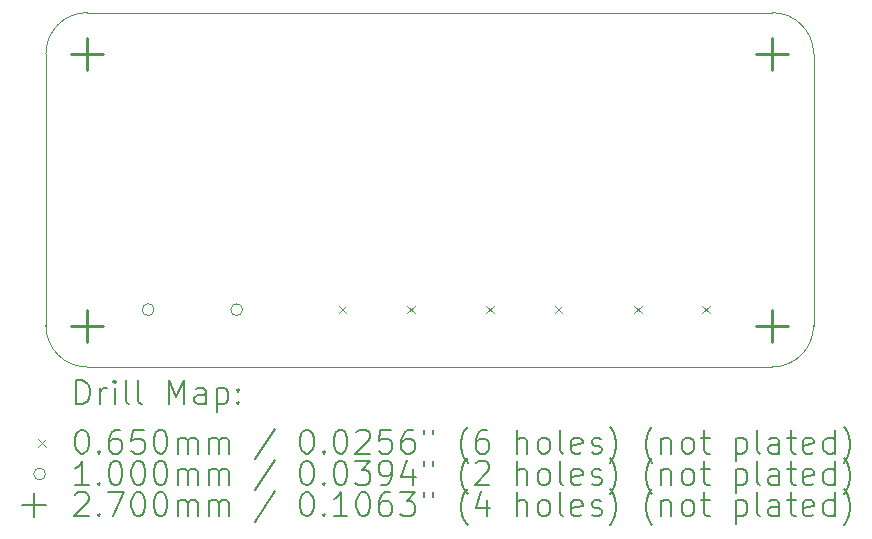
<source format=gbr>
%TF.GenerationSoftware,KiCad,Pcbnew,9.0.3*%
%TF.CreationDate,2025-07-23T11:06:39+02:00*%
%TF.ProjectId,icepi-zero,69636570-692d-47a6-9572-6f2e6b696361,v1.3*%
%TF.SameCoordinates,Original*%
%TF.FileFunction,Drillmap*%
%TF.FilePolarity,Positive*%
%FSLAX45Y45*%
G04 Gerber Fmt 4.5, Leading zero omitted, Abs format (unit mm)*
G04 Created by KiCad (PCBNEW 9.0.3) date 2025-07-23 11:06:39*
%MOMM*%
%LPD*%
G01*
G04 APERTURE LIST*
%ADD10C,0.050000*%
%ADD11C,0.200000*%
%ADD12C,0.100000*%
%ADD13C,0.270000*%
G04 APERTURE END LIST*
D10*
X11600000Y-9350000D02*
G75*
G02*
X11950000Y-9000000I350000J0D01*
G01*
X18100000Y-9350000D02*
X18100000Y-11650000D01*
X11600000Y-11650000D02*
X11600000Y-9350000D01*
X17750000Y-9000000D02*
G75*
G02*
X18100000Y-9350000I0J-350000D01*
G01*
X17750000Y-12000000D02*
X11950000Y-12000000D01*
X11950000Y-12000000D02*
G75*
G02*
X11600000Y-11650000I0J350000D01*
G01*
X11950000Y-9000000D02*
X17750000Y-9000000D01*
X18100000Y-11650000D02*
G75*
G02*
X17750000Y-12000000I-350000J0D01*
G01*
D11*
D12*
X14078500Y-11482000D02*
X14143500Y-11547000D01*
X14143500Y-11482000D02*
X14078500Y-11547000D01*
X14656500Y-11482000D02*
X14721500Y-11547000D01*
X14721500Y-11482000D02*
X14656500Y-11547000D01*
X15328500Y-11482000D02*
X15393500Y-11547000D01*
X15393500Y-11482000D02*
X15328500Y-11547000D01*
X15906500Y-11482000D02*
X15971500Y-11547000D01*
X15971500Y-11482000D02*
X15906500Y-11547000D01*
X16578500Y-11482000D02*
X16643500Y-11547000D01*
X16643500Y-11482000D02*
X16578500Y-11547000D01*
X17156500Y-11482000D02*
X17221500Y-11547000D01*
X17221500Y-11482000D02*
X17156500Y-11547000D01*
X12515000Y-11515000D02*
G75*
G02*
X12415000Y-11515000I-50000J0D01*
G01*
X12415000Y-11515000D02*
G75*
G02*
X12515000Y-11515000I50000J0D01*
G01*
X13265000Y-11515000D02*
G75*
G02*
X13165000Y-11515000I-50000J0D01*
G01*
X13165000Y-11515000D02*
G75*
G02*
X13265000Y-11515000I50000J0D01*
G01*
D13*
X11950000Y-9215000D02*
X11950000Y-9485000D01*
X11815000Y-9350000D02*
X12085000Y-9350000D01*
X11950000Y-11515000D02*
X11950000Y-11785000D01*
X11815000Y-11650000D02*
X12085000Y-11650000D01*
X17750000Y-9215000D02*
X17750000Y-9485000D01*
X17615000Y-9350000D02*
X17885000Y-9350000D01*
X17750000Y-11515000D02*
X17750000Y-11785000D01*
X17615000Y-11650000D02*
X17885000Y-11650000D01*
D11*
X11858277Y-12313984D02*
X11858277Y-12113984D01*
X11858277Y-12113984D02*
X11905896Y-12113984D01*
X11905896Y-12113984D02*
X11934467Y-12123508D01*
X11934467Y-12123508D02*
X11953515Y-12142555D01*
X11953515Y-12142555D02*
X11963039Y-12161603D01*
X11963039Y-12161603D02*
X11972562Y-12199698D01*
X11972562Y-12199698D02*
X11972562Y-12228269D01*
X11972562Y-12228269D02*
X11963039Y-12266365D01*
X11963039Y-12266365D02*
X11953515Y-12285412D01*
X11953515Y-12285412D02*
X11934467Y-12304460D01*
X11934467Y-12304460D02*
X11905896Y-12313984D01*
X11905896Y-12313984D02*
X11858277Y-12313984D01*
X12058277Y-12313984D02*
X12058277Y-12180650D01*
X12058277Y-12218746D02*
X12067801Y-12199698D01*
X12067801Y-12199698D02*
X12077324Y-12190174D01*
X12077324Y-12190174D02*
X12096372Y-12180650D01*
X12096372Y-12180650D02*
X12115420Y-12180650D01*
X12182086Y-12313984D02*
X12182086Y-12180650D01*
X12182086Y-12113984D02*
X12172562Y-12123508D01*
X12172562Y-12123508D02*
X12182086Y-12133031D01*
X12182086Y-12133031D02*
X12191610Y-12123508D01*
X12191610Y-12123508D02*
X12182086Y-12113984D01*
X12182086Y-12113984D02*
X12182086Y-12133031D01*
X12305896Y-12313984D02*
X12286848Y-12304460D01*
X12286848Y-12304460D02*
X12277324Y-12285412D01*
X12277324Y-12285412D02*
X12277324Y-12113984D01*
X12410658Y-12313984D02*
X12391610Y-12304460D01*
X12391610Y-12304460D02*
X12382086Y-12285412D01*
X12382086Y-12285412D02*
X12382086Y-12113984D01*
X12639229Y-12313984D02*
X12639229Y-12113984D01*
X12639229Y-12113984D02*
X12705896Y-12256841D01*
X12705896Y-12256841D02*
X12772562Y-12113984D01*
X12772562Y-12113984D02*
X12772562Y-12313984D01*
X12953515Y-12313984D02*
X12953515Y-12209222D01*
X12953515Y-12209222D02*
X12943991Y-12190174D01*
X12943991Y-12190174D02*
X12924943Y-12180650D01*
X12924943Y-12180650D02*
X12886848Y-12180650D01*
X12886848Y-12180650D02*
X12867801Y-12190174D01*
X12953515Y-12304460D02*
X12934467Y-12313984D01*
X12934467Y-12313984D02*
X12886848Y-12313984D01*
X12886848Y-12313984D02*
X12867801Y-12304460D01*
X12867801Y-12304460D02*
X12858277Y-12285412D01*
X12858277Y-12285412D02*
X12858277Y-12266365D01*
X12858277Y-12266365D02*
X12867801Y-12247317D01*
X12867801Y-12247317D02*
X12886848Y-12237793D01*
X12886848Y-12237793D02*
X12934467Y-12237793D01*
X12934467Y-12237793D02*
X12953515Y-12228269D01*
X13048753Y-12180650D02*
X13048753Y-12380650D01*
X13048753Y-12190174D02*
X13067801Y-12180650D01*
X13067801Y-12180650D02*
X13105896Y-12180650D01*
X13105896Y-12180650D02*
X13124943Y-12190174D01*
X13124943Y-12190174D02*
X13134467Y-12199698D01*
X13134467Y-12199698D02*
X13143991Y-12218746D01*
X13143991Y-12218746D02*
X13143991Y-12275888D01*
X13143991Y-12275888D02*
X13134467Y-12294936D01*
X13134467Y-12294936D02*
X13124943Y-12304460D01*
X13124943Y-12304460D02*
X13105896Y-12313984D01*
X13105896Y-12313984D02*
X13067801Y-12313984D01*
X13067801Y-12313984D02*
X13048753Y-12304460D01*
X13229705Y-12294936D02*
X13239229Y-12304460D01*
X13239229Y-12304460D02*
X13229705Y-12313984D01*
X13229705Y-12313984D02*
X13220182Y-12304460D01*
X13220182Y-12304460D02*
X13229705Y-12294936D01*
X13229705Y-12294936D02*
X13229705Y-12313984D01*
X13229705Y-12190174D02*
X13239229Y-12199698D01*
X13239229Y-12199698D02*
X13229705Y-12209222D01*
X13229705Y-12209222D02*
X13220182Y-12199698D01*
X13220182Y-12199698D02*
X13229705Y-12190174D01*
X13229705Y-12190174D02*
X13229705Y-12209222D01*
D12*
X11532500Y-12610000D02*
X11597500Y-12675000D01*
X11597500Y-12610000D02*
X11532500Y-12675000D01*
D11*
X11896372Y-12533984D02*
X11915420Y-12533984D01*
X11915420Y-12533984D02*
X11934467Y-12543508D01*
X11934467Y-12543508D02*
X11943991Y-12553031D01*
X11943991Y-12553031D02*
X11953515Y-12572079D01*
X11953515Y-12572079D02*
X11963039Y-12610174D01*
X11963039Y-12610174D02*
X11963039Y-12657793D01*
X11963039Y-12657793D02*
X11953515Y-12695888D01*
X11953515Y-12695888D02*
X11943991Y-12714936D01*
X11943991Y-12714936D02*
X11934467Y-12724460D01*
X11934467Y-12724460D02*
X11915420Y-12733984D01*
X11915420Y-12733984D02*
X11896372Y-12733984D01*
X11896372Y-12733984D02*
X11877324Y-12724460D01*
X11877324Y-12724460D02*
X11867801Y-12714936D01*
X11867801Y-12714936D02*
X11858277Y-12695888D01*
X11858277Y-12695888D02*
X11848753Y-12657793D01*
X11848753Y-12657793D02*
X11848753Y-12610174D01*
X11848753Y-12610174D02*
X11858277Y-12572079D01*
X11858277Y-12572079D02*
X11867801Y-12553031D01*
X11867801Y-12553031D02*
X11877324Y-12543508D01*
X11877324Y-12543508D02*
X11896372Y-12533984D01*
X12048753Y-12714936D02*
X12058277Y-12724460D01*
X12058277Y-12724460D02*
X12048753Y-12733984D01*
X12048753Y-12733984D02*
X12039229Y-12724460D01*
X12039229Y-12724460D02*
X12048753Y-12714936D01*
X12048753Y-12714936D02*
X12048753Y-12733984D01*
X12229705Y-12533984D02*
X12191610Y-12533984D01*
X12191610Y-12533984D02*
X12172562Y-12543508D01*
X12172562Y-12543508D02*
X12163039Y-12553031D01*
X12163039Y-12553031D02*
X12143991Y-12581603D01*
X12143991Y-12581603D02*
X12134467Y-12619698D01*
X12134467Y-12619698D02*
X12134467Y-12695888D01*
X12134467Y-12695888D02*
X12143991Y-12714936D01*
X12143991Y-12714936D02*
X12153515Y-12724460D01*
X12153515Y-12724460D02*
X12172562Y-12733984D01*
X12172562Y-12733984D02*
X12210658Y-12733984D01*
X12210658Y-12733984D02*
X12229705Y-12724460D01*
X12229705Y-12724460D02*
X12239229Y-12714936D01*
X12239229Y-12714936D02*
X12248753Y-12695888D01*
X12248753Y-12695888D02*
X12248753Y-12648269D01*
X12248753Y-12648269D02*
X12239229Y-12629222D01*
X12239229Y-12629222D02*
X12229705Y-12619698D01*
X12229705Y-12619698D02*
X12210658Y-12610174D01*
X12210658Y-12610174D02*
X12172562Y-12610174D01*
X12172562Y-12610174D02*
X12153515Y-12619698D01*
X12153515Y-12619698D02*
X12143991Y-12629222D01*
X12143991Y-12629222D02*
X12134467Y-12648269D01*
X12429705Y-12533984D02*
X12334467Y-12533984D01*
X12334467Y-12533984D02*
X12324943Y-12629222D01*
X12324943Y-12629222D02*
X12334467Y-12619698D01*
X12334467Y-12619698D02*
X12353515Y-12610174D01*
X12353515Y-12610174D02*
X12401134Y-12610174D01*
X12401134Y-12610174D02*
X12420182Y-12619698D01*
X12420182Y-12619698D02*
X12429705Y-12629222D01*
X12429705Y-12629222D02*
X12439229Y-12648269D01*
X12439229Y-12648269D02*
X12439229Y-12695888D01*
X12439229Y-12695888D02*
X12429705Y-12714936D01*
X12429705Y-12714936D02*
X12420182Y-12724460D01*
X12420182Y-12724460D02*
X12401134Y-12733984D01*
X12401134Y-12733984D02*
X12353515Y-12733984D01*
X12353515Y-12733984D02*
X12334467Y-12724460D01*
X12334467Y-12724460D02*
X12324943Y-12714936D01*
X12563039Y-12533984D02*
X12582086Y-12533984D01*
X12582086Y-12533984D02*
X12601134Y-12543508D01*
X12601134Y-12543508D02*
X12610658Y-12553031D01*
X12610658Y-12553031D02*
X12620182Y-12572079D01*
X12620182Y-12572079D02*
X12629705Y-12610174D01*
X12629705Y-12610174D02*
X12629705Y-12657793D01*
X12629705Y-12657793D02*
X12620182Y-12695888D01*
X12620182Y-12695888D02*
X12610658Y-12714936D01*
X12610658Y-12714936D02*
X12601134Y-12724460D01*
X12601134Y-12724460D02*
X12582086Y-12733984D01*
X12582086Y-12733984D02*
X12563039Y-12733984D01*
X12563039Y-12733984D02*
X12543991Y-12724460D01*
X12543991Y-12724460D02*
X12534467Y-12714936D01*
X12534467Y-12714936D02*
X12524943Y-12695888D01*
X12524943Y-12695888D02*
X12515420Y-12657793D01*
X12515420Y-12657793D02*
X12515420Y-12610174D01*
X12515420Y-12610174D02*
X12524943Y-12572079D01*
X12524943Y-12572079D02*
X12534467Y-12553031D01*
X12534467Y-12553031D02*
X12543991Y-12543508D01*
X12543991Y-12543508D02*
X12563039Y-12533984D01*
X12715420Y-12733984D02*
X12715420Y-12600650D01*
X12715420Y-12619698D02*
X12724943Y-12610174D01*
X12724943Y-12610174D02*
X12743991Y-12600650D01*
X12743991Y-12600650D02*
X12772563Y-12600650D01*
X12772563Y-12600650D02*
X12791610Y-12610174D01*
X12791610Y-12610174D02*
X12801134Y-12629222D01*
X12801134Y-12629222D02*
X12801134Y-12733984D01*
X12801134Y-12629222D02*
X12810658Y-12610174D01*
X12810658Y-12610174D02*
X12829705Y-12600650D01*
X12829705Y-12600650D02*
X12858277Y-12600650D01*
X12858277Y-12600650D02*
X12877324Y-12610174D01*
X12877324Y-12610174D02*
X12886848Y-12629222D01*
X12886848Y-12629222D02*
X12886848Y-12733984D01*
X12982086Y-12733984D02*
X12982086Y-12600650D01*
X12982086Y-12619698D02*
X12991610Y-12610174D01*
X12991610Y-12610174D02*
X13010658Y-12600650D01*
X13010658Y-12600650D02*
X13039229Y-12600650D01*
X13039229Y-12600650D02*
X13058277Y-12610174D01*
X13058277Y-12610174D02*
X13067801Y-12629222D01*
X13067801Y-12629222D02*
X13067801Y-12733984D01*
X13067801Y-12629222D02*
X13077324Y-12610174D01*
X13077324Y-12610174D02*
X13096372Y-12600650D01*
X13096372Y-12600650D02*
X13124943Y-12600650D01*
X13124943Y-12600650D02*
X13143991Y-12610174D01*
X13143991Y-12610174D02*
X13153515Y-12629222D01*
X13153515Y-12629222D02*
X13153515Y-12733984D01*
X13543991Y-12524460D02*
X13372563Y-12781603D01*
X13801134Y-12533984D02*
X13820182Y-12533984D01*
X13820182Y-12533984D02*
X13839229Y-12543508D01*
X13839229Y-12543508D02*
X13848753Y-12553031D01*
X13848753Y-12553031D02*
X13858277Y-12572079D01*
X13858277Y-12572079D02*
X13867801Y-12610174D01*
X13867801Y-12610174D02*
X13867801Y-12657793D01*
X13867801Y-12657793D02*
X13858277Y-12695888D01*
X13858277Y-12695888D02*
X13848753Y-12714936D01*
X13848753Y-12714936D02*
X13839229Y-12724460D01*
X13839229Y-12724460D02*
X13820182Y-12733984D01*
X13820182Y-12733984D02*
X13801134Y-12733984D01*
X13801134Y-12733984D02*
X13782086Y-12724460D01*
X13782086Y-12724460D02*
X13772563Y-12714936D01*
X13772563Y-12714936D02*
X13763039Y-12695888D01*
X13763039Y-12695888D02*
X13753515Y-12657793D01*
X13753515Y-12657793D02*
X13753515Y-12610174D01*
X13753515Y-12610174D02*
X13763039Y-12572079D01*
X13763039Y-12572079D02*
X13772563Y-12553031D01*
X13772563Y-12553031D02*
X13782086Y-12543508D01*
X13782086Y-12543508D02*
X13801134Y-12533984D01*
X13953515Y-12714936D02*
X13963039Y-12724460D01*
X13963039Y-12724460D02*
X13953515Y-12733984D01*
X13953515Y-12733984D02*
X13943991Y-12724460D01*
X13943991Y-12724460D02*
X13953515Y-12714936D01*
X13953515Y-12714936D02*
X13953515Y-12733984D01*
X14086848Y-12533984D02*
X14105896Y-12533984D01*
X14105896Y-12533984D02*
X14124944Y-12543508D01*
X14124944Y-12543508D02*
X14134467Y-12553031D01*
X14134467Y-12553031D02*
X14143991Y-12572079D01*
X14143991Y-12572079D02*
X14153515Y-12610174D01*
X14153515Y-12610174D02*
X14153515Y-12657793D01*
X14153515Y-12657793D02*
X14143991Y-12695888D01*
X14143991Y-12695888D02*
X14134467Y-12714936D01*
X14134467Y-12714936D02*
X14124944Y-12724460D01*
X14124944Y-12724460D02*
X14105896Y-12733984D01*
X14105896Y-12733984D02*
X14086848Y-12733984D01*
X14086848Y-12733984D02*
X14067801Y-12724460D01*
X14067801Y-12724460D02*
X14058277Y-12714936D01*
X14058277Y-12714936D02*
X14048753Y-12695888D01*
X14048753Y-12695888D02*
X14039229Y-12657793D01*
X14039229Y-12657793D02*
X14039229Y-12610174D01*
X14039229Y-12610174D02*
X14048753Y-12572079D01*
X14048753Y-12572079D02*
X14058277Y-12553031D01*
X14058277Y-12553031D02*
X14067801Y-12543508D01*
X14067801Y-12543508D02*
X14086848Y-12533984D01*
X14229706Y-12553031D02*
X14239229Y-12543508D01*
X14239229Y-12543508D02*
X14258277Y-12533984D01*
X14258277Y-12533984D02*
X14305896Y-12533984D01*
X14305896Y-12533984D02*
X14324944Y-12543508D01*
X14324944Y-12543508D02*
X14334467Y-12553031D01*
X14334467Y-12553031D02*
X14343991Y-12572079D01*
X14343991Y-12572079D02*
X14343991Y-12591127D01*
X14343991Y-12591127D02*
X14334467Y-12619698D01*
X14334467Y-12619698D02*
X14220182Y-12733984D01*
X14220182Y-12733984D02*
X14343991Y-12733984D01*
X14524944Y-12533984D02*
X14429706Y-12533984D01*
X14429706Y-12533984D02*
X14420182Y-12629222D01*
X14420182Y-12629222D02*
X14429706Y-12619698D01*
X14429706Y-12619698D02*
X14448753Y-12610174D01*
X14448753Y-12610174D02*
X14496372Y-12610174D01*
X14496372Y-12610174D02*
X14515420Y-12619698D01*
X14515420Y-12619698D02*
X14524944Y-12629222D01*
X14524944Y-12629222D02*
X14534467Y-12648269D01*
X14534467Y-12648269D02*
X14534467Y-12695888D01*
X14534467Y-12695888D02*
X14524944Y-12714936D01*
X14524944Y-12714936D02*
X14515420Y-12724460D01*
X14515420Y-12724460D02*
X14496372Y-12733984D01*
X14496372Y-12733984D02*
X14448753Y-12733984D01*
X14448753Y-12733984D02*
X14429706Y-12724460D01*
X14429706Y-12724460D02*
X14420182Y-12714936D01*
X14705896Y-12533984D02*
X14667801Y-12533984D01*
X14667801Y-12533984D02*
X14648753Y-12543508D01*
X14648753Y-12543508D02*
X14639229Y-12553031D01*
X14639229Y-12553031D02*
X14620182Y-12581603D01*
X14620182Y-12581603D02*
X14610658Y-12619698D01*
X14610658Y-12619698D02*
X14610658Y-12695888D01*
X14610658Y-12695888D02*
X14620182Y-12714936D01*
X14620182Y-12714936D02*
X14629706Y-12724460D01*
X14629706Y-12724460D02*
X14648753Y-12733984D01*
X14648753Y-12733984D02*
X14686848Y-12733984D01*
X14686848Y-12733984D02*
X14705896Y-12724460D01*
X14705896Y-12724460D02*
X14715420Y-12714936D01*
X14715420Y-12714936D02*
X14724944Y-12695888D01*
X14724944Y-12695888D02*
X14724944Y-12648269D01*
X14724944Y-12648269D02*
X14715420Y-12629222D01*
X14715420Y-12629222D02*
X14705896Y-12619698D01*
X14705896Y-12619698D02*
X14686848Y-12610174D01*
X14686848Y-12610174D02*
X14648753Y-12610174D01*
X14648753Y-12610174D02*
X14629706Y-12619698D01*
X14629706Y-12619698D02*
X14620182Y-12629222D01*
X14620182Y-12629222D02*
X14610658Y-12648269D01*
X14801134Y-12533984D02*
X14801134Y-12572079D01*
X14877325Y-12533984D02*
X14877325Y-12572079D01*
X15172563Y-12810174D02*
X15163039Y-12800650D01*
X15163039Y-12800650D02*
X15143991Y-12772079D01*
X15143991Y-12772079D02*
X15134468Y-12753031D01*
X15134468Y-12753031D02*
X15124944Y-12724460D01*
X15124944Y-12724460D02*
X15115420Y-12676841D01*
X15115420Y-12676841D02*
X15115420Y-12638746D01*
X15115420Y-12638746D02*
X15124944Y-12591127D01*
X15124944Y-12591127D02*
X15134468Y-12562555D01*
X15134468Y-12562555D02*
X15143991Y-12543508D01*
X15143991Y-12543508D02*
X15163039Y-12514936D01*
X15163039Y-12514936D02*
X15172563Y-12505412D01*
X15334468Y-12533984D02*
X15296372Y-12533984D01*
X15296372Y-12533984D02*
X15277325Y-12543508D01*
X15277325Y-12543508D02*
X15267801Y-12553031D01*
X15267801Y-12553031D02*
X15248753Y-12581603D01*
X15248753Y-12581603D02*
X15239229Y-12619698D01*
X15239229Y-12619698D02*
X15239229Y-12695888D01*
X15239229Y-12695888D02*
X15248753Y-12714936D01*
X15248753Y-12714936D02*
X15258277Y-12724460D01*
X15258277Y-12724460D02*
X15277325Y-12733984D01*
X15277325Y-12733984D02*
X15315420Y-12733984D01*
X15315420Y-12733984D02*
X15334468Y-12724460D01*
X15334468Y-12724460D02*
X15343991Y-12714936D01*
X15343991Y-12714936D02*
X15353515Y-12695888D01*
X15353515Y-12695888D02*
X15353515Y-12648269D01*
X15353515Y-12648269D02*
X15343991Y-12629222D01*
X15343991Y-12629222D02*
X15334468Y-12619698D01*
X15334468Y-12619698D02*
X15315420Y-12610174D01*
X15315420Y-12610174D02*
X15277325Y-12610174D01*
X15277325Y-12610174D02*
X15258277Y-12619698D01*
X15258277Y-12619698D02*
X15248753Y-12629222D01*
X15248753Y-12629222D02*
X15239229Y-12648269D01*
X15591610Y-12733984D02*
X15591610Y-12533984D01*
X15677325Y-12733984D02*
X15677325Y-12629222D01*
X15677325Y-12629222D02*
X15667801Y-12610174D01*
X15667801Y-12610174D02*
X15648753Y-12600650D01*
X15648753Y-12600650D02*
X15620182Y-12600650D01*
X15620182Y-12600650D02*
X15601134Y-12610174D01*
X15601134Y-12610174D02*
X15591610Y-12619698D01*
X15801134Y-12733984D02*
X15782087Y-12724460D01*
X15782087Y-12724460D02*
X15772563Y-12714936D01*
X15772563Y-12714936D02*
X15763039Y-12695888D01*
X15763039Y-12695888D02*
X15763039Y-12638746D01*
X15763039Y-12638746D02*
X15772563Y-12619698D01*
X15772563Y-12619698D02*
X15782087Y-12610174D01*
X15782087Y-12610174D02*
X15801134Y-12600650D01*
X15801134Y-12600650D02*
X15829706Y-12600650D01*
X15829706Y-12600650D02*
X15848753Y-12610174D01*
X15848753Y-12610174D02*
X15858277Y-12619698D01*
X15858277Y-12619698D02*
X15867801Y-12638746D01*
X15867801Y-12638746D02*
X15867801Y-12695888D01*
X15867801Y-12695888D02*
X15858277Y-12714936D01*
X15858277Y-12714936D02*
X15848753Y-12724460D01*
X15848753Y-12724460D02*
X15829706Y-12733984D01*
X15829706Y-12733984D02*
X15801134Y-12733984D01*
X15982087Y-12733984D02*
X15963039Y-12724460D01*
X15963039Y-12724460D02*
X15953515Y-12705412D01*
X15953515Y-12705412D02*
X15953515Y-12533984D01*
X16134468Y-12724460D02*
X16115420Y-12733984D01*
X16115420Y-12733984D02*
X16077325Y-12733984D01*
X16077325Y-12733984D02*
X16058277Y-12724460D01*
X16058277Y-12724460D02*
X16048753Y-12705412D01*
X16048753Y-12705412D02*
X16048753Y-12629222D01*
X16048753Y-12629222D02*
X16058277Y-12610174D01*
X16058277Y-12610174D02*
X16077325Y-12600650D01*
X16077325Y-12600650D02*
X16115420Y-12600650D01*
X16115420Y-12600650D02*
X16134468Y-12610174D01*
X16134468Y-12610174D02*
X16143991Y-12629222D01*
X16143991Y-12629222D02*
X16143991Y-12648269D01*
X16143991Y-12648269D02*
X16048753Y-12667317D01*
X16220182Y-12724460D02*
X16239230Y-12733984D01*
X16239230Y-12733984D02*
X16277325Y-12733984D01*
X16277325Y-12733984D02*
X16296372Y-12724460D01*
X16296372Y-12724460D02*
X16305896Y-12705412D01*
X16305896Y-12705412D02*
X16305896Y-12695888D01*
X16305896Y-12695888D02*
X16296372Y-12676841D01*
X16296372Y-12676841D02*
X16277325Y-12667317D01*
X16277325Y-12667317D02*
X16248753Y-12667317D01*
X16248753Y-12667317D02*
X16229706Y-12657793D01*
X16229706Y-12657793D02*
X16220182Y-12638746D01*
X16220182Y-12638746D02*
X16220182Y-12629222D01*
X16220182Y-12629222D02*
X16229706Y-12610174D01*
X16229706Y-12610174D02*
X16248753Y-12600650D01*
X16248753Y-12600650D02*
X16277325Y-12600650D01*
X16277325Y-12600650D02*
X16296372Y-12610174D01*
X16372563Y-12810174D02*
X16382087Y-12800650D01*
X16382087Y-12800650D02*
X16401134Y-12772079D01*
X16401134Y-12772079D02*
X16410658Y-12753031D01*
X16410658Y-12753031D02*
X16420182Y-12724460D01*
X16420182Y-12724460D02*
X16429706Y-12676841D01*
X16429706Y-12676841D02*
X16429706Y-12638746D01*
X16429706Y-12638746D02*
X16420182Y-12591127D01*
X16420182Y-12591127D02*
X16410658Y-12562555D01*
X16410658Y-12562555D02*
X16401134Y-12543508D01*
X16401134Y-12543508D02*
X16382087Y-12514936D01*
X16382087Y-12514936D02*
X16372563Y-12505412D01*
X16734468Y-12810174D02*
X16724944Y-12800650D01*
X16724944Y-12800650D02*
X16705896Y-12772079D01*
X16705896Y-12772079D02*
X16696372Y-12753031D01*
X16696372Y-12753031D02*
X16686849Y-12724460D01*
X16686849Y-12724460D02*
X16677325Y-12676841D01*
X16677325Y-12676841D02*
X16677325Y-12638746D01*
X16677325Y-12638746D02*
X16686849Y-12591127D01*
X16686849Y-12591127D02*
X16696372Y-12562555D01*
X16696372Y-12562555D02*
X16705896Y-12543508D01*
X16705896Y-12543508D02*
X16724944Y-12514936D01*
X16724944Y-12514936D02*
X16734468Y-12505412D01*
X16810658Y-12600650D02*
X16810658Y-12733984D01*
X16810658Y-12619698D02*
X16820182Y-12610174D01*
X16820182Y-12610174D02*
X16839230Y-12600650D01*
X16839230Y-12600650D02*
X16867801Y-12600650D01*
X16867801Y-12600650D02*
X16886849Y-12610174D01*
X16886849Y-12610174D02*
X16896373Y-12629222D01*
X16896373Y-12629222D02*
X16896373Y-12733984D01*
X17020182Y-12733984D02*
X17001134Y-12724460D01*
X17001134Y-12724460D02*
X16991611Y-12714936D01*
X16991611Y-12714936D02*
X16982087Y-12695888D01*
X16982087Y-12695888D02*
X16982087Y-12638746D01*
X16982087Y-12638746D02*
X16991611Y-12619698D01*
X16991611Y-12619698D02*
X17001134Y-12610174D01*
X17001134Y-12610174D02*
X17020182Y-12600650D01*
X17020182Y-12600650D02*
X17048754Y-12600650D01*
X17048754Y-12600650D02*
X17067801Y-12610174D01*
X17067801Y-12610174D02*
X17077325Y-12619698D01*
X17077325Y-12619698D02*
X17086849Y-12638746D01*
X17086849Y-12638746D02*
X17086849Y-12695888D01*
X17086849Y-12695888D02*
X17077325Y-12714936D01*
X17077325Y-12714936D02*
X17067801Y-12724460D01*
X17067801Y-12724460D02*
X17048754Y-12733984D01*
X17048754Y-12733984D02*
X17020182Y-12733984D01*
X17143992Y-12600650D02*
X17220182Y-12600650D01*
X17172563Y-12533984D02*
X17172563Y-12705412D01*
X17172563Y-12705412D02*
X17182087Y-12724460D01*
X17182087Y-12724460D02*
X17201134Y-12733984D01*
X17201134Y-12733984D02*
X17220182Y-12733984D01*
X17439230Y-12600650D02*
X17439230Y-12800650D01*
X17439230Y-12610174D02*
X17458277Y-12600650D01*
X17458277Y-12600650D02*
X17496373Y-12600650D01*
X17496373Y-12600650D02*
X17515420Y-12610174D01*
X17515420Y-12610174D02*
X17524944Y-12619698D01*
X17524944Y-12619698D02*
X17534468Y-12638746D01*
X17534468Y-12638746D02*
X17534468Y-12695888D01*
X17534468Y-12695888D02*
X17524944Y-12714936D01*
X17524944Y-12714936D02*
X17515420Y-12724460D01*
X17515420Y-12724460D02*
X17496373Y-12733984D01*
X17496373Y-12733984D02*
X17458277Y-12733984D01*
X17458277Y-12733984D02*
X17439230Y-12724460D01*
X17648754Y-12733984D02*
X17629706Y-12724460D01*
X17629706Y-12724460D02*
X17620182Y-12705412D01*
X17620182Y-12705412D02*
X17620182Y-12533984D01*
X17810658Y-12733984D02*
X17810658Y-12629222D01*
X17810658Y-12629222D02*
X17801135Y-12610174D01*
X17801135Y-12610174D02*
X17782087Y-12600650D01*
X17782087Y-12600650D02*
X17743992Y-12600650D01*
X17743992Y-12600650D02*
X17724944Y-12610174D01*
X17810658Y-12724460D02*
X17791611Y-12733984D01*
X17791611Y-12733984D02*
X17743992Y-12733984D01*
X17743992Y-12733984D02*
X17724944Y-12724460D01*
X17724944Y-12724460D02*
X17715420Y-12705412D01*
X17715420Y-12705412D02*
X17715420Y-12686365D01*
X17715420Y-12686365D02*
X17724944Y-12667317D01*
X17724944Y-12667317D02*
X17743992Y-12657793D01*
X17743992Y-12657793D02*
X17791611Y-12657793D01*
X17791611Y-12657793D02*
X17810658Y-12648269D01*
X17877325Y-12600650D02*
X17953515Y-12600650D01*
X17905896Y-12533984D02*
X17905896Y-12705412D01*
X17905896Y-12705412D02*
X17915420Y-12724460D01*
X17915420Y-12724460D02*
X17934468Y-12733984D01*
X17934468Y-12733984D02*
X17953515Y-12733984D01*
X18096373Y-12724460D02*
X18077325Y-12733984D01*
X18077325Y-12733984D02*
X18039230Y-12733984D01*
X18039230Y-12733984D02*
X18020182Y-12724460D01*
X18020182Y-12724460D02*
X18010658Y-12705412D01*
X18010658Y-12705412D02*
X18010658Y-12629222D01*
X18010658Y-12629222D02*
X18020182Y-12610174D01*
X18020182Y-12610174D02*
X18039230Y-12600650D01*
X18039230Y-12600650D02*
X18077325Y-12600650D01*
X18077325Y-12600650D02*
X18096373Y-12610174D01*
X18096373Y-12610174D02*
X18105896Y-12629222D01*
X18105896Y-12629222D02*
X18105896Y-12648269D01*
X18105896Y-12648269D02*
X18010658Y-12667317D01*
X18277325Y-12733984D02*
X18277325Y-12533984D01*
X18277325Y-12724460D02*
X18258277Y-12733984D01*
X18258277Y-12733984D02*
X18220182Y-12733984D01*
X18220182Y-12733984D02*
X18201135Y-12724460D01*
X18201135Y-12724460D02*
X18191611Y-12714936D01*
X18191611Y-12714936D02*
X18182087Y-12695888D01*
X18182087Y-12695888D02*
X18182087Y-12638746D01*
X18182087Y-12638746D02*
X18191611Y-12619698D01*
X18191611Y-12619698D02*
X18201135Y-12610174D01*
X18201135Y-12610174D02*
X18220182Y-12600650D01*
X18220182Y-12600650D02*
X18258277Y-12600650D01*
X18258277Y-12600650D02*
X18277325Y-12610174D01*
X18353516Y-12810174D02*
X18363039Y-12800650D01*
X18363039Y-12800650D02*
X18382087Y-12772079D01*
X18382087Y-12772079D02*
X18391611Y-12753031D01*
X18391611Y-12753031D02*
X18401135Y-12724460D01*
X18401135Y-12724460D02*
X18410658Y-12676841D01*
X18410658Y-12676841D02*
X18410658Y-12638746D01*
X18410658Y-12638746D02*
X18401135Y-12591127D01*
X18401135Y-12591127D02*
X18391611Y-12562555D01*
X18391611Y-12562555D02*
X18382087Y-12543508D01*
X18382087Y-12543508D02*
X18363039Y-12514936D01*
X18363039Y-12514936D02*
X18353516Y-12505412D01*
D12*
X11597500Y-12906500D02*
G75*
G02*
X11497500Y-12906500I-50000J0D01*
G01*
X11497500Y-12906500D02*
G75*
G02*
X11597500Y-12906500I50000J0D01*
G01*
D11*
X11963039Y-12997984D02*
X11848753Y-12997984D01*
X11905896Y-12997984D02*
X11905896Y-12797984D01*
X11905896Y-12797984D02*
X11886848Y-12826555D01*
X11886848Y-12826555D02*
X11867801Y-12845603D01*
X11867801Y-12845603D02*
X11848753Y-12855127D01*
X12048753Y-12978936D02*
X12058277Y-12988460D01*
X12058277Y-12988460D02*
X12048753Y-12997984D01*
X12048753Y-12997984D02*
X12039229Y-12988460D01*
X12039229Y-12988460D02*
X12048753Y-12978936D01*
X12048753Y-12978936D02*
X12048753Y-12997984D01*
X12182086Y-12797984D02*
X12201134Y-12797984D01*
X12201134Y-12797984D02*
X12220182Y-12807508D01*
X12220182Y-12807508D02*
X12229705Y-12817031D01*
X12229705Y-12817031D02*
X12239229Y-12836079D01*
X12239229Y-12836079D02*
X12248753Y-12874174D01*
X12248753Y-12874174D02*
X12248753Y-12921793D01*
X12248753Y-12921793D02*
X12239229Y-12959888D01*
X12239229Y-12959888D02*
X12229705Y-12978936D01*
X12229705Y-12978936D02*
X12220182Y-12988460D01*
X12220182Y-12988460D02*
X12201134Y-12997984D01*
X12201134Y-12997984D02*
X12182086Y-12997984D01*
X12182086Y-12997984D02*
X12163039Y-12988460D01*
X12163039Y-12988460D02*
X12153515Y-12978936D01*
X12153515Y-12978936D02*
X12143991Y-12959888D01*
X12143991Y-12959888D02*
X12134467Y-12921793D01*
X12134467Y-12921793D02*
X12134467Y-12874174D01*
X12134467Y-12874174D02*
X12143991Y-12836079D01*
X12143991Y-12836079D02*
X12153515Y-12817031D01*
X12153515Y-12817031D02*
X12163039Y-12807508D01*
X12163039Y-12807508D02*
X12182086Y-12797984D01*
X12372562Y-12797984D02*
X12391610Y-12797984D01*
X12391610Y-12797984D02*
X12410658Y-12807508D01*
X12410658Y-12807508D02*
X12420182Y-12817031D01*
X12420182Y-12817031D02*
X12429705Y-12836079D01*
X12429705Y-12836079D02*
X12439229Y-12874174D01*
X12439229Y-12874174D02*
X12439229Y-12921793D01*
X12439229Y-12921793D02*
X12429705Y-12959888D01*
X12429705Y-12959888D02*
X12420182Y-12978936D01*
X12420182Y-12978936D02*
X12410658Y-12988460D01*
X12410658Y-12988460D02*
X12391610Y-12997984D01*
X12391610Y-12997984D02*
X12372562Y-12997984D01*
X12372562Y-12997984D02*
X12353515Y-12988460D01*
X12353515Y-12988460D02*
X12343991Y-12978936D01*
X12343991Y-12978936D02*
X12334467Y-12959888D01*
X12334467Y-12959888D02*
X12324943Y-12921793D01*
X12324943Y-12921793D02*
X12324943Y-12874174D01*
X12324943Y-12874174D02*
X12334467Y-12836079D01*
X12334467Y-12836079D02*
X12343991Y-12817031D01*
X12343991Y-12817031D02*
X12353515Y-12807508D01*
X12353515Y-12807508D02*
X12372562Y-12797984D01*
X12563039Y-12797984D02*
X12582086Y-12797984D01*
X12582086Y-12797984D02*
X12601134Y-12807508D01*
X12601134Y-12807508D02*
X12610658Y-12817031D01*
X12610658Y-12817031D02*
X12620182Y-12836079D01*
X12620182Y-12836079D02*
X12629705Y-12874174D01*
X12629705Y-12874174D02*
X12629705Y-12921793D01*
X12629705Y-12921793D02*
X12620182Y-12959888D01*
X12620182Y-12959888D02*
X12610658Y-12978936D01*
X12610658Y-12978936D02*
X12601134Y-12988460D01*
X12601134Y-12988460D02*
X12582086Y-12997984D01*
X12582086Y-12997984D02*
X12563039Y-12997984D01*
X12563039Y-12997984D02*
X12543991Y-12988460D01*
X12543991Y-12988460D02*
X12534467Y-12978936D01*
X12534467Y-12978936D02*
X12524943Y-12959888D01*
X12524943Y-12959888D02*
X12515420Y-12921793D01*
X12515420Y-12921793D02*
X12515420Y-12874174D01*
X12515420Y-12874174D02*
X12524943Y-12836079D01*
X12524943Y-12836079D02*
X12534467Y-12817031D01*
X12534467Y-12817031D02*
X12543991Y-12807508D01*
X12543991Y-12807508D02*
X12563039Y-12797984D01*
X12715420Y-12997984D02*
X12715420Y-12864650D01*
X12715420Y-12883698D02*
X12724943Y-12874174D01*
X12724943Y-12874174D02*
X12743991Y-12864650D01*
X12743991Y-12864650D02*
X12772563Y-12864650D01*
X12772563Y-12864650D02*
X12791610Y-12874174D01*
X12791610Y-12874174D02*
X12801134Y-12893222D01*
X12801134Y-12893222D02*
X12801134Y-12997984D01*
X12801134Y-12893222D02*
X12810658Y-12874174D01*
X12810658Y-12874174D02*
X12829705Y-12864650D01*
X12829705Y-12864650D02*
X12858277Y-12864650D01*
X12858277Y-12864650D02*
X12877324Y-12874174D01*
X12877324Y-12874174D02*
X12886848Y-12893222D01*
X12886848Y-12893222D02*
X12886848Y-12997984D01*
X12982086Y-12997984D02*
X12982086Y-12864650D01*
X12982086Y-12883698D02*
X12991610Y-12874174D01*
X12991610Y-12874174D02*
X13010658Y-12864650D01*
X13010658Y-12864650D02*
X13039229Y-12864650D01*
X13039229Y-12864650D02*
X13058277Y-12874174D01*
X13058277Y-12874174D02*
X13067801Y-12893222D01*
X13067801Y-12893222D02*
X13067801Y-12997984D01*
X13067801Y-12893222D02*
X13077324Y-12874174D01*
X13077324Y-12874174D02*
X13096372Y-12864650D01*
X13096372Y-12864650D02*
X13124943Y-12864650D01*
X13124943Y-12864650D02*
X13143991Y-12874174D01*
X13143991Y-12874174D02*
X13153515Y-12893222D01*
X13153515Y-12893222D02*
X13153515Y-12997984D01*
X13543991Y-12788460D02*
X13372563Y-13045603D01*
X13801134Y-12797984D02*
X13820182Y-12797984D01*
X13820182Y-12797984D02*
X13839229Y-12807508D01*
X13839229Y-12807508D02*
X13848753Y-12817031D01*
X13848753Y-12817031D02*
X13858277Y-12836079D01*
X13858277Y-12836079D02*
X13867801Y-12874174D01*
X13867801Y-12874174D02*
X13867801Y-12921793D01*
X13867801Y-12921793D02*
X13858277Y-12959888D01*
X13858277Y-12959888D02*
X13848753Y-12978936D01*
X13848753Y-12978936D02*
X13839229Y-12988460D01*
X13839229Y-12988460D02*
X13820182Y-12997984D01*
X13820182Y-12997984D02*
X13801134Y-12997984D01*
X13801134Y-12997984D02*
X13782086Y-12988460D01*
X13782086Y-12988460D02*
X13772563Y-12978936D01*
X13772563Y-12978936D02*
X13763039Y-12959888D01*
X13763039Y-12959888D02*
X13753515Y-12921793D01*
X13753515Y-12921793D02*
X13753515Y-12874174D01*
X13753515Y-12874174D02*
X13763039Y-12836079D01*
X13763039Y-12836079D02*
X13772563Y-12817031D01*
X13772563Y-12817031D02*
X13782086Y-12807508D01*
X13782086Y-12807508D02*
X13801134Y-12797984D01*
X13953515Y-12978936D02*
X13963039Y-12988460D01*
X13963039Y-12988460D02*
X13953515Y-12997984D01*
X13953515Y-12997984D02*
X13943991Y-12988460D01*
X13943991Y-12988460D02*
X13953515Y-12978936D01*
X13953515Y-12978936D02*
X13953515Y-12997984D01*
X14086848Y-12797984D02*
X14105896Y-12797984D01*
X14105896Y-12797984D02*
X14124944Y-12807508D01*
X14124944Y-12807508D02*
X14134467Y-12817031D01*
X14134467Y-12817031D02*
X14143991Y-12836079D01*
X14143991Y-12836079D02*
X14153515Y-12874174D01*
X14153515Y-12874174D02*
X14153515Y-12921793D01*
X14153515Y-12921793D02*
X14143991Y-12959888D01*
X14143991Y-12959888D02*
X14134467Y-12978936D01*
X14134467Y-12978936D02*
X14124944Y-12988460D01*
X14124944Y-12988460D02*
X14105896Y-12997984D01*
X14105896Y-12997984D02*
X14086848Y-12997984D01*
X14086848Y-12997984D02*
X14067801Y-12988460D01*
X14067801Y-12988460D02*
X14058277Y-12978936D01*
X14058277Y-12978936D02*
X14048753Y-12959888D01*
X14048753Y-12959888D02*
X14039229Y-12921793D01*
X14039229Y-12921793D02*
X14039229Y-12874174D01*
X14039229Y-12874174D02*
X14048753Y-12836079D01*
X14048753Y-12836079D02*
X14058277Y-12817031D01*
X14058277Y-12817031D02*
X14067801Y-12807508D01*
X14067801Y-12807508D02*
X14086848Y-12797984D01*
X14220182Y-12797984D02*
X14343991Y-12797984D01*
X14343991Y-12797984D02*
X14277325Y-12874174D01*
X14277325Y-12874174D02*
X14305896Y-12874174D01*
X14305896Y-12874174D02*
X14324944Y-12883698D01*
X14324944Y-12883698D02*
X14334467Y-12893222D01*
X14334467Y-12893222D02*
X14343991Y-12912269D01*
X14343991Y-12912269D02*
X14343991Y-12959888D01*
X14343991Y-12959888D02*
X14334467Y-12978936D01*
X14334467Y-12978936D02*
X14324944Y-12988460D01*
X14324944Y-12988460D02*
X14305896Y-12997984D01*
X14305896Y-12997984D02*
X14248753Y-12997984D01*
X14248753Y-12997984D02*
X14229706Y-12988460D01*
X14229706Y-12988460D02*
X14220182Y-12978936D01*
X14439229Y-12997984D02*
X14477325Y-12997984D01*
X14477325Y-12997984D02*
X14496372Y-12988460D01*
X14496372Y-12988460D02*
X14505896Y-12978936D01*
X14505896Y-12978936D02*
X14524944Y-12950365D01*
X14524944Y-12950365D02*
X14534467Y-12912269D01*
X14534467Y-12912269D02*
X14534467Y-12836079D01*
X14534467Y-12836079D02*
X14524944Y-12817031D01*
X14524944Y-12817031D02*
X14515420Y-12807508D01*
X14515420Y-12807508D02*
X14496372Y-12797984D01*
X14496372Y-12797984D02*
X14458277Y-12797984D01*
X14458277Y-12797984D02*
X14439229Y-12807508D01*
X14439229Y-12807508D02*
X14429706Y-12817031D01*
X14429706Y-12817031D02*
X14420182Y-12836079D01*
X14420182Y-12836079D02*
X14420182Y-12883698D01*
X14420182Y-12883698D02*
X14429706Y-12902746D01*
X14429706Y-12902746D02*
X14439229Y-12912269D01*
X14439229Y-12912269D02*
X14458277Y-12921793D01*
X14458277Y-12921793D02*
X14496372Y-12921793D01*
X14496372Y-12921793D02*
X14515420Y-12912269D01*
X14515420Y-12912269D02*
X14524944Y-12902746D01*
X14524944Y-12902746D02*
X14534467Y-12883698D01*
X14705896Y-12864650D02*
X14705896Y-12997984D01*
X14658277Y-12788460D02*
X14610658Y-12931317D01*
X14610658Y-12931317D02*
X14734467Y-12931317D01*
X14801134Y-12797984D02*
X14801134Y-12836079D01*
X14877325Y-12797984D02*
X14877325Y-12836079D01*
X15172563Y-13074174D02*
X15163039Y-13064650D01*
X15163039Y-13064650D02*
X15143991Y-13036079D01*
X15143991Y-13036079D02*
X15134468Y-13017031D01*
X15134468Y-13017031D02*
X15124944Y-12988460D01*
X15124944Y-12988460D02*
X15115420Y-12940841D01*
X15115420Y-12940841D02*
X15115420Y-12902746D01*
X15115420Y-12902746D02*
X15124944Y-12855127D01*
X15124944Y-12855127D02*
X15134468Y-12826555D01*
X15134468Y-12826555D02*
X15143991Y-12807508D01*
X15143991Y-12807508D02*
X15163039Y-12778936D01*
X15163039Y-12778936D02*
X15172563Y-12769412D01*
X15239229Y-12817031D02*
X15248753Y-12807508D01*
X15248753Y-12807508D02*
X15267801Y-12797984D01*
X15267801Y-12797984D02*
X15315420Y-12797984D01*
X15315420Y-12797984D02*
X15334468Y-12807508D01*
X15334468Y-12807508D02*
X15343991Y-12817031D01*
X15343991Y-12817031D02*
X15353515Y-12836079D01*
X15353515Y-12836079D02*
X15353515Y-12855127D01*
X15353515Y-12855127D02*
X15343991Y-12883698D01*
X15343991Y-12883698D02*
X15229706Y-12997984D01*
X15229706Y-12997984D02*
X15353515Y-12997984D01*
X15591610Y-12997984D02*
X15591610Y-12797984D01*
X15677325Y-12997984D02*
X15677325Y-12893222D01*
X15677325Y-12893222D02*
X15667801Y-12874174D01*
X15667801Y-12874174D02*
X15648753Y-12864650D01*
X15648753Y-12864650D02*
X15620182Y-12864650D01*
X15620182Y-12864650D02*
X15601134Y-12874174D01*
X15601134Y-12874174D02*
X15591610Y-12883698D01*
X15801134Y-12997984D02*
X15782087Y-12988460D01*
X15782087Y-12988460D02*
X15772563Y-12978936D01*
X15772563Y-12978936D02*
X15763039Y-12959888D01*
X15763039Y-12959888D02*
X15763039Y-12902746D01*
X15763039Y-12902746D02*
X15772563Y-12883698D01*
X15772563Y-12883698D02*
X15782087Y-12874174D01*
X15782087Y-12874174D02*
X15801134Y-12864650D01*
X15801134Y-12864650D02*
X15829706Y-12864650D01*
X15829706Y-12864650D02*
X15848753Y-12874174D01*
X15848753Y-12874174D02*
X15858277Y-12883698D01*
X15858277Y-12883698D02*
X15867801Y-12902746D01*
X15867801Y-12902746D02*
X15867801Y-12959888D01*
X15867801Y-12959888D02*
X15858277Y-12978936D01*
X15858277Y-12978936D02*
X15848753Y-12988460D01*
X15848753Y-12988460D02*
X15829706Y-12997984D01*
X15829706Y-12997984D02*
X15801134Y-12997984D01*
X15982087Y-12997984D02*
X15963039Y-12988460D01*
X15963039Y-12988460D02*
X15953515Y-12969412D01*
X15953515Y-12969412D02*
X15953515Y-12797984D01*
X16134468Y-12988460D02*
X16115420Y-12997984D01*
X16115420Y-12997984D02*
X16077325Y-12997984D01*
X16077325Y-12997984D02*
X16058277Y-12988460D01*
X16058277Y-12988460D02*
X16048753Y-12969412D01*
X16048753Y-12969412D02*
X16048753Y-12893222D01*
X16048753Y-12893222D02*
X16058277Y-12874174D01*
X16058277Y-12874174D02*
X16077325Y-12864650D01*
X16077325Y-12864650D02*
X16115420Y-12864650D01*
X16115420Y-12864650D02*
X16134468Y-12874174D01*
X16134468Y-12874174D02*
X16143991Y-12893222D01*
X16143991Y-12893222D02*
X16143991Y-12912269D01*
X16143991Y-12912269D02*
X16048753Y-12931317D01*
X16220182Y-12988460D02*
X16239230Y-12997984D01*
X16239230Y-12997984D02*
X16277325Y-12997984D01*
X16277325Y-12997984D02*
X16296372Y-12988460D01*
X16296372Y-12988460D02*
X16305896Y-12969412D01*
X16305896Y-12969412D02*
X16305896Y-12959888D01*
X16305896Y-12959888D02*
X16296372Y-12940841D01*
X16296372Y-12940841D02*
X16277325Y-12931317D01*
X16277325Y-12931317D02*
X16248753Y-12931317D01*
X16248753Y-12931317D02*
X16229706Y-12921793D01*
X16229706Y-12921793D02*
X16220182Y-12902746D01*
X16220182Y-12902746D02*
X16220182Y-12893222D01*
X16220182Y-12893222D02*
X16229706Y-12874174D01*
X16229706Y-12874174D02*
X16248753Y-12864650D01*
X16248753Y-12864650D02*
X16277325Y-12864650D01*
X16277325Y-12864650D02*
X16296372Y-12874174D01*
X16372563Y-13074174D02*
X16382087Y-13064650D01*
X16382087Y-13064650D02*
X16401134Y-13036079D01*
X16401134Y-13036079D02*
X16410658Y-13017031D01*
X16410658Y-13017031D02*
X16420182Y-12988460D01*
X16420182Y-12988460D02*
X16429706Y-12940841D01*
X16429706Y-12940841D02*
X16429706Y-12902746D01*
X16429706Y-12902746D02*
X16420182Y-12855127D01*
X16420182Y-12855127D02*
X16410658Y-12826555D01*
X16410658Y-12826555D02*
X16401134Y-12807508D01*
X16401134Y-12807508D02*
X16382087Y-12778936D01*
X16382087Y-12778936D02*
X16372563Y-12769412D01*
X16734468Y-13074174D02*
X16724944Y-13064650D01*
X16724944Y-13064650D02*
X16705896Y-13036079D01*
X16705896Y-13036079D02*
X16696372Y-13017031D01*
X16696372Y-13017031D02*
X16686849Y-12988460D01*
X16686849Y-12988460D02*
X16677325Y-12940841D01*
X16677325Y-12940841D02*
X16677325Y-12902746D01*
X16677325Y-12902746D02*
X16686849Y-12855127D01*
X16686849Y-12855127D02*
X16696372Y-12826555D01*
X16696372Y-12826555D02*
X16705896Y-12807508D01*
X16705896Y-12807508D02*
X16724944Y-12778936D01*
X16724944Y-12778936D02*
X16734468Y-12769412D01*
X16810658Y-12864650D02*
X16810658Y-12997984D01*
X16810658Y-12883698D02*
X16820182Y-12874174D01*
X16820182Y-12874174D02*
X16839230Y-12864650D01*
X16839230Y-12864650D02*
X16867801Y-12864650D01*
X16867801Y-12864650D02*
X16886849Y-12874174D01*
X16886849Y-12874174D02*
X16896373Y-12893222D01*
X16896373Y-12893222D02*
X16896373Y-12997984D01*
X17020182Y-12997984D02*
X17001134Y-12988460D01*
X17001134Y-12988460D02*
X16991611Y-12978936D01*
X16991611Y-12978936D02*
X16982087Y-12959888D01*
X16982087Y-12959888D02*
X16982087Y-12902746D01*
X16982087Y-12902746D02*
X16991611Y-12883698D01*
X16991611Y-12883698D02*
X17001134Y-12874174D01*
X17001134Y-12874174D02*
X17020182Y-12864650D01*
X17020182Y-12864650D02*
X17048754Y-12864650D01*
X17048754Y-12864650D02*
X17067801Y-12874174D01*
X17067801Y-12874174D02*
X17077325Y-12883698D01*
X17077325Y-12883698D02*
X17086849Y-12902746D01*
X17086849Y-12902746D02*
X17086849Y-12959888D01*
X17086849Y-12959888D02*
X17077325Y-12978936D01*
X17077325Y-12978936D02*
X17067801Y-12988460D01*
X17067801Y-12988460D02*
X17048754Y-12997984D01*
X17048754Y-12997984D02*
X17020182Y-12997984D01*
X17143992Y-12864650D02*
X17220182Y-12864650D01*
X17172563Y-12797984D02*
X17172563Y-12969412D01*
X17172563Y-12969412D02*
X17182087Y-12988460D01*
X17182087Y-12988460D02*
X17201134Y-12997984D01*
X17201134Y-12997984D02*
X17220182Y-12997984D01*
X17439230Y-12864650D02*
X17439230Y-13064650D01*
X17439230Y-12874174D02*
X17458277Y-12864650D01*
X17458277Y-12864650D02*
X17496373Y-12864650D01*
X17496373Y-12864650D02*
X17515420Y-12874174D01*
X17515420Y-12874174D02*
X17524944Y-12883698D01*
X17524944Y-12883698D02*
X17534468Y-12902746D01*
X17534468Y-12902746D02*
X17534468Y-12959888D01*
X17534468Y-12959888D02*
X17524944Y-12978936D01*
X17524944Y-12978936D02*
X17515420Y-12988460D01*
X17515420Y-12988460D02*
X17496373Y-12997984D01*
X17496373Y-12997984D02*
X17458277Y-12997984D01*
X17458277Y-12997984D02*
X17439230Y-12988460D01*
X17648754Y-12997984D02*
X17629706Y-12988460D01*
X17629706Y-12988460D02*
X17620182Y-12969412D01*
X17620182Y-12969412D02*
X17620182Y-12797984D01*
X17810658Y-12997984D02*
X17810658Y-12893222D01*
X17810658Y-12893222D02*
X17801135Y-12874174D01*
X17801135Y-12874174D02*
X17782087Y-12864650D01*
X17782087Y-12864650D02*
X17743992Y-12864650D01*
X17743992Y-12864650D02*
X17724944Y-12874174D01*
X17810658Y-12988460D02*
X17791611Y-12997984D01*
X17791611Y-12997984D02*
X17743992Y-12997984D01*
X17743992Y-12997984D02*
X17724944Y-12988460D01*
X17724944Y-12988460D02*
X17715420Y-12969412D01*
X17715420Y-12969412D02*
X17715420Y-12950365D01*
X17715420Y-12950365D02*
X17724944Y-12931317D01*
X17724944Y-12931317D02*
X17743992Y-12921793D01*
X17743992Y-12921793D02*
X17791611Y-12921793D01*
X17791611Y-12921793D02*
X17810658Y-12912269D01*
X17877325Y-12864650D02*
X17953515Y-12864650D01*
X17905896Y-12797984D02*
X17905896Y-12969412D01*
X17905896Y-12969412D02*
X17915420Y-12988460D01*
X17915420Y-12988460D02*
X17934468Y-12997984D01*
X17934468Y-12997984D02*
X17953515Y-12997984D01*
X18096373Y-12988460D02*
X18077325Y-12997984D01*
X18077325Y-12997984D02*
X18039230Y-12997984D01*
X18039230Y-12997984D02*
X18020182Y-12988460D01*
X18020182Y-12988460D02*
X18010658Y-12969412D01*
X18010658Y-12969412D02*
X18010658Y-12893222D01*
X18010658Y-12893222D02*
X18020182Y-12874174D01*
X18020182Y-12874174D02*
X18039230Y-12864650D01*
X18039230Y-12864650D02*
X18077325Y-12864650D01*
X18077325Y-12864650D02*
X18096373Y-12874174D01*
X18096373Y-12874174D02*
X18105896Y-12893222D01*
X18105896Y-12893222D02*
X18105896Y-12912269D01*
X18105896Y-12912269D02*
X18010658Y-12931317D01*
X18277325Y-12997984D02*
X18277325Y-12797984D01*
X18277325Y-12988460D02*
X18258277Y-12997984D01*
X18258277Y-12997984D02*
X18220182Y-12997984D01*
X18220182Y-12997984D02*
X18201135Y-12988460D01*
X18201135Y-12988460D02*
X18191611Y-12978936D01*
X18191611Y-12978936D02*
X18182087Y-12959888D01*
X18182087Y-12959888D02*
X18182087Y-12902746D01*
X18182087Y-12902746D02*
X18191611Y-12883698D01*
X18191611Y-12883698D02*
X18201135Y-12874174D01*
X18201135Y-12874174D02*
X18220182Y-12864650D01*
X18220182Y-12864650D02*
X18258277Y-12864650D01*
X18258277Y-12864650D02*
X18277325Y-12874174D01*
X18353516Y-13074174D02*
X18363039Y-13064650D01*
X18363039Y-13064650D02*
X18382087Y-13036079D01*
X18382087Y-13036079D02*
X18391611Y-13017031D01*
X18391611Y-13017031D02*
X18401135Y-12988460D01*
X18401135Y-12988460D02*
X18410658Y-12940841D01*
X18410658Y-12940841D02*
X18410658Y-12902746D01*
X18410658Y-12902746D02*
X18401135Y-12855127D01*
X18401135Y-12855127D02*
X18391611Y-12826555D01*
X18391611Y-12826555D02*
X18382087Y-12807508D01*
X18382087Y-12807508D02*
X18363039Y-12778936D01*
X18363039Y-12778936D02*
X18353516Y-12769412D01*
X11497500Y-13070500D02*
X11497500Y-13270500D01*
X11397500Y-13170500D02*
X11597500Y-13170500D01*
X11848753Y-13081031D02*
X11858277Y-13071508D01*
X11858277Y-13071508D02*
X11877324Y-13061984D01*
X11877324Y-13061984D02*
X11924943Y-13061984D01*
X11924943Y-13061984D02*
X11943991Y-13071508D01*
X11943991Y-13071508D02*
X11953515Y-13081031D01*
X11953515Y-13081031D02*
X11963039Y-13100079D01*
X11963039Y-13100079D02*
X11963039Y-13119127D01*
X11963039Y-13119127D02*
X11953515Y-13147698D01*
X11953515Y-13147698D02*
X11839229Y-13261984D01*
X11839229Y-13261984D02*
X11963039Y-13261984D01*
X12048753Y-13242936D02*
X12058277Y-13252460D01*
X12058277Y-13252460D02*
X12048753Y-13261984D01*
X12048753Y-13261984D02*
X12039229Y-13252460D01*
X12039229Y-13252460D02*
X12048753Y-13242936D01*
X12048753Y-13242936D02*
X12048753Y-13261984D01*
X12124943Y-13061984D02*
X12258277Y-13061984D01*
X12258277Y-13061984D02*
X12172562Y-13261984D01*
X12372562Y-13061984D02*
X12391610Y-13061984D01*
X12391610Y-13061984D02*
X12410658Y-13071508D01*
X12410658Y-13071508D02*
X12420182Y-13081031D01*
X12420182Y-13081031D02*
X12429705Y-13100079D01*
X12429705Y-13100079D02*
X12439229Y-13138174D01*
X12439229Y-13138174D02*
X12439229Y-13185793D01*
X12439229Y-13185793D02*
X12429705Y-13223888D01*
X12429705Y-13223888D02*
X12420182Y-13242936D01*
X12420182Y-13242936D02*
X12410658Y-13252460D01*
X12410658Y-13252460D02*
X12391610Y-13261984D01*
X12391610Y-13261984D02*
X12372562Y-13261984D01*
X12372562Y-13261984D02*
X12353515Y-13252460D01*
X12353515Y-13252460D02*
X12343991Y-13242936D01*
X12343991Y-13242936D02*
X12334467Y-13223888D01*
X12334467Y-13223888D02*
X12324943Y-13185793D01*
X12324943Y-13185793D02*
X12324943Y-13138174D01*
X12324943Y-13138174D02*
X12334467Y-13100079D01*
X12334467Y-13100079D02*
X12343991Y-13081031D01*
X12343991Y-13081031D02*
X12353515Y-13071508D01*
X12353515Y-13071508D02*
X12372562Y-13061984D01*
X12563039Y-13061984D02*
X12582086Y-13061984D01*
X12582086Y-13061984D02*
X12601134Y-13071508D01*
X12601134Y-13071508D02*
X12610658Y-13081031D01*
X12610658Y-13081031D02*
X12620182Y-13100079D01*
X12620182Y-13100079D02*
X12629705Y-13138174D01*
X12629705Y-13138174D02*
X12629705Y-13185793D01*
X12629705Y-13185793D02*
X12620182Y-13223888D01*
X12620182Y-13223888D02*
X12610658Y-13242936D01*
X12610658Y-13242936D02*
X12601134Y-13252460D01*
X12601134Y-13252460D02*
X12582086Y-13261984D01*
X12582086Y-13261984D02*
X12563039Y-13261984D01*
X12563039Y-13261984D02*
X12543991Y-13252460D01*
X12543991Y-13252460D02*
X12534467Y-13242936D01*
X12534467Y-13242936D02*
X12524943Y-13223888D01*
X12524943Y-13223888D02*
X12515420Y-13185793D01*
X12515420Y-13185793D02*
X12515420Y-13138174D01*
X12515420Y-13138174D02*
X12524943Y-13100079D01*
X12524943Y-13100079D02*
X12534467Y-13081031D01*
X12534467Y-13081031D02*
X12543991Y-13071508D01*
X12543991Y-13071508D02*
X12563039Y-13061984D01*
X12715420Y-13261984D02*
X12715420Y-13128650D01*
X12715420Y-13147698D02*
X12724943Y-13138174D01*
X12724943Y-13138174D02*
X12743991Y-13128650D01*
X12743991Y-13128650D02*
X12772563Y-13128650D01*
X12772563Y-13128650D02*
X12791610Y-13138174D01*
X12791610Y-13138174D02*
X12801134Y-13157222D01*
X12801134Y-13157222D02*
X12801134Y-13261984D01*
X12801134Y-13157222D02*
X12810658Y-13138174D01*
X12810658Y-13138174D02*
X12829705Y-13128650D01*
X12829705Y-13128650D02*
X12858277Y-13128650D01*
X12858277Y-13128650D02*
X12877324Y-13138174D01*
X12877324Y-13138174D02*
X12886848Y-13157222D01*
X12886848Y-13157222D02*
X12886848Y-13261984D01*
X12982086Y-13261984D02*
X12982086Y-13128650D01*
X12982086Y-13147698D02*
X12991610Y-13138174D01*
X12991610Y-13138174D02*
X13010658Y-13128650D01*
X13010658Y-13128650D02*
X13039229Y-13128650D01*
X13039229Y-13128650D02*
X13058277Y-13138174D01*
X13058277Y-13138174D02*
X13067801Y-13157222D01*
X13067801Y-13157222D02*
X13067801Y-13261984D01*
X13067801Y-13157222D02*
X13077324Y-13138174D01*
X13077324Y-13138174D02*
X13096372Y-13128650D01*
X13096372Y-13128650D02*
X13124943Y-13128650D01*
X13124943Y-13128650D02*
X13143991Y-13138174D01*
X13143991Y-13138174D02*
X13153515Y-13157222D01*
X13153515Y-13157222D02*
X13153515Y-13261984D01*
X13543991Y-13052460D02*
X13372563Y-13309603D01*
X13801134Y-13061984D02*
X13820182Y-13061984D01*
X13820182Y-13061984D02*
X13839229Y-13071508D01*
X13839229Y-13071508D02*
X13848753Y-13081031D01*
X13848753Y-13081031D02*
X13858277Y-13100079D01*
X13858277Y-13100079D02*
X13867801Y-13138174D01*
X13867801Y-13138174D02*
X13867801Y-13185793D01*
X13867801Y-13185793D02*
X13858277Y-13223888D01*
X13858277Y-13223888D02*
X13848753Y-13242936D01*
X13848753Y-13242936D02*
X13839229Y-13252460D01*
X13839229Y-13252460D02*
X13820182Y-13261984D01*
X13820182Y-13261984D02*
X13801134Y-13261984D01*
X13801134Y-13261984D02*
X13782086Y-13252460D01*
X13782086Y-13252460D02*
X13772563Y-13242936D01*
X13772563Y-13242936D02*
X13763039Y-13223888D01*
X13763039Y-13223888D02*
X13753515Y-13185793D01*
X13753515Y-13185793D02*
X13753515Y-13138174D01*
X13753515Y-13138174D02*
X13763039Y-13100079D01*
X13763039Y-13100079D02*
X13772563Y-13081031D01*
X13772563Y-13081031D02*
X13782086Y-13071508D01*
X13782086Y-13071508D02*
X13801134Y-13061984D01*
X13953515Y-13242936D02*
X13963039Y-13252460D01*
X13963039Y-13252460D02*
X13953515Y-13261984D01*
X13953515Y-13261984D02*
X13943991Y-13252460D01*
X13943991Y-13252460D02*
X13953515Y-13242936D01*
X13953515Y-13242936D02*
X13953515Y-13261984D01*
X14153515Y-13261984D02*
X14039229Y-13261984D01*
X14096372Y-13261984D02*
X14096372Y-13061984D01*
X14096372Y-13061984D02*
X14077325Y-13090555D01*
X14077325Y-13090555D02*
X14058277Y-13109603D01*
X14058277Y-13109603D02*
X14039229Y-13119127D01*
X14277325Y-13061984D02*
X14296372Y-13061984D01*
X14296372Y-13061984D02*
X14315420Y-13071508D01*
X14315420Y-13071508D02*
X14324944Y-13081031D01*
X14324944Y-13081031D02*
X14334467Y-13100079D01*
X14334467Y-13100079D02*
X14343991Y-13138174D01*
X14343991Y-13138174D02*
X14343991Y-13185793D01*
X14343991Y-13185793D02*
X14334467Y-13223888D01*
X14334467Y-13223888D02*
X14324944Y-13242936D01*
X14324944Y-13242936D02*
X14315420Y-13252460D01*
X14315420Y-13252460D02*
X14296372Y-13261984D01*
X14296372Y-13261984D02*
X14277325Y-13261984D01*
X14277325Y-13261984D02*
X14258277Y-13252460D01*
X14258277Y-13252460D02*
X14248753Y-13242936D01*
X14248753Y-13242936D02*
X14239229Y-13223888D01*
X14239229Y-13223888D02*
X14229706Y-13185793D01*
X14229706Y-13185793D02*
X14229706Y-13138174D01*
X14229706Y-13138174D02*
X14239229Y-13100079D01*
X14239229Y-13100079D02*
X14248753Y-13081031D01*
X14248753Y-13081031D02*
X14258277Y-13071508D01*
X14258277Y-13071508D02*
X14277325Y-13061984D01*
X14515420Y-13061984D02*
X14477325Y-13061984D01*
X14477325Y-13061984D02*
X14458277Y-13071508D01*
X14458277Y-13071508D02*
X14448753Y-13081031D01*
X14448753Y-13081031D02*
X14429706Y-13109603D01*
X14429706Y-13109603D02*
X14420182Y-13147698D01*
X14420182Y-13147698D02*
X14420182Y-13223888D01*
X14420182Y-13223888D02*
X14429706Y-13242936D01*
X14429706Y-13242936D02*
X14439229Y-13252460D01*
X14439229Y-13252460D02*
X14458277Y-13261984D01*
X14458277Y-13261984D02*
X14496372Y-13261984D01*
X14496372Y-13261984D02*
X14515420Y-13252460D01*
X14515420Y-13252460D02*
X14524944Y-13242936D01*
X14524944Y-13242936D02*
X14534467Y-13223888D01*
X14534467Y-13223888D02*
X14534467Y-13176269D01*
X14534467Y-13176269D02*
X14524944Y-13157222D01*
X14524944Y-13157222D02*
X14515420Y-13147698D01*
X14515420Y-13147698D02*
X14496372Y-13138174D01*
X14496372Y-13138174D02*
X14458277Y-13138174D01*
X14458277Y-13138174D02*
X14439229Y-13147698D01*
X14439229Y-13147698D02*
X14429706Y-13157222D01*
X14429706Y-13157222D02*
X14420182Y-13176269D01*
X14601134Y-13061984D02*
X14724944Y-13061984D01*
X14724944Y-13061984D02*
X14658277Y-13138174D01*
X14658277Y-13138174D02*
X14686848Y-13138174D01*
X14686848Y-13138174D02*
X14705896Y-13147698D01*
X14705896Y-13147698D02*
X14715420Y-13157222D01*
X14715420Y-13157222D02*
X14724944Y-13176269D01*
X14724944Y-13176269D02*
X14724944Y-13223888D01*
X14724944Y-13223888D02*
X14715420Y-13242936D01*
X14715420Y-13242936D02*
X14705896Y-13252460D01*
X14705896Y-13252460D02*
X14686848Y-13261984D01*
X14686848Y-13261984D02*
X14629706Y-13261984D01*
X14629706Y-13261984D02*
X14610658Y-13252460D01*
X14610658Y-13252460D02*
X14601134Y-13242936D01*
X14801134Y-13061984D02*
X14801134Y-13100079D01*
X14877325Y-13061984D02*
X14877325Y-13100079D01*
X15172563Y-13338174D02*
X15163039Y-13328650D01*
X15163039Y-13328650D02*
X15143991Y-13300079D01*
X15143991Y-13300079D02*
X15134468Y-13281031D01*
X15134468Y-13281031D02*
X15124944Y-13252460D01*
X15124944Y-13252460D02*
X15115420Y-13204841D01*
X15115420Y-13204841D02*
X15115420Y-13166746D01*
X15115420Y-13166746D02*
X15124944Y-13119127D01*
X15124944Y-13119127D02*
X15134468Y-13090555D01*
X15134468Y-13090555D02*
X15143991Y-13071508D01*
X15143991Y-13071508D02*
X15163039Y-13042936D01*
X15163039Y-13042936D02*
X15172563Y-13033412D01*
X15334468Y-13128650D02*
X15334468Y-13261984D01*
X15286848Y-13052460D02*
X15239229Y-13195317D01*
X15239229Y-13195317D02*
X15363039Y-13195317D01*
X15591610Y-13261984D02*
X15591610Y-13061984D01*
X15677325Y-13261984D02*
X15677325Y-13157222D01*
X15677325Y-13157222D02*
X15667801Y-13138174D01*
X15667801Y-13138174D02*
X15648753Y-13128650D01*
X15648753Y-13128650D02*
X15620182Y-13128650D01*
X15620182Y-13128650D02*
X15601134Y-13138174D01*
X15601134Y-13138174D02*
X15591610Y-13147698D01*
X15801134Y-13261984D02*
X15782087Y-13252460D01*
X15782087Y-13252460D02*
X15772563Y-13242936D01*
X15772563Y-13242936D02*
X15763039Y-13223888D01*
X15763039Y-13223888D02*
X15763039Y-13166746D01*
X15763039Y-13166746D02*
X15772563Y-13147698D01*
X15772563Y-13147698D02*
X15782087Y-13138174D01*
X15782087Y-13138174D02*
X15801134Y-13128650D01*
X15801134Y-13128650D02*
X15829706Y-13128650D01*
X15829706Y-13128650D02*
X15848753Y-13138174D01*
X15848753Y-13138174D02*
X15858277Y-13147698D01*
X15858277Y-13147698D02*
X15867801Y-13166746D01*
X15867801Y-13166746D02*
X15867801Y-13223888D01*
X15867801Y-13223888D02*
X15858277Y-13242936D01*
X15858277Y-13242936D02*
X15848753Y-13252460D01*
X15848753Y-13252460D02*
X15829706Y-13261984D01*
X15829706Y-13261984D02*
X15801134Y-13261984D01*
X15982087Y-13261984D02*
X15963039Y-13252460D01*
X15963039Y-13252460D02*
X15953515Y-13233412D01*
X15953515Y-13233412D02*
X15953515Y-13061984D01*
X16134468Y-13252460D02*
X16115420Y-13261984D01*
X16115420Y-13261984D02*
X16077325Y-13261984D01*
X16077325Y-13261984D02*
X16058277Y-13252460D01*
X16058277Y-13252460D02*
X16048753Y-13233412D01*
X16048753Y-13233412D02*
X16048753Y-13157222D01*
X16048753Y-13157222D02*
X16058277Y-13138174D01*
X16058277Y-13138174D02*
X16077325Y-13128650D01*
X16077325Y-13128650D02*
X16115420Y-13128650D01*
X16115420Y-13128650D02*
X16134468Y-13138174D01*
X16134468Y-13138174D02*
X16143991Y-13157222D01*
X16143991Y-13157222D02*
X16143991Y-13176269D01*
X16143991Y-13176269D02*
X16048753Y-13195317D01*
X16220182Y-13252460D02*
X16239230Y-13261984D01*
X16239230Y-13261984D02*
X16277325Y-13261984D01*
X16277325Y-13261984D02*
X16296372Y-13252460D01*
X16296372Y-13252460D02*
X16305896Y-13233412D01*
X16305896Y-13233412D02*
X16305896Y-13223888D01*
X16305896Y-13223888D02*
X16296372Y-13204841D01*
X16296372Y-13204841D02*
X16277325Y-13195317D01*
X16277325Y-13195317D02*
X16248753Y-13195317D01*
X16248753Y-13195317D02*
X16229706Y-13185793D01*
X16229706Y-13185793D02*
X16220182Y-13166746D01*
X16220182Y-13166746D02*
X16220182Y-13157222D01*
X16220182Y-13157222D02*
X16229706Y-13138174D01*
X16229706Y-13138174D02*
X16248753Y-13128650D01*
X16248753Y-13128650D02*
X16277325Y-13128650D01*
X16277325Y-13128650D02*
X16296372Y-13138174D01*
X16372563Y-13338174D02*
X16382087Y-13328650D01*
X16382087Y-13328650D02*
X16401134Y-13300079D01*
X16401134Y-13300079D02*
X16410658Y-13281031D01*
X16410658Y-13281031D02*
X16420182Y-13252460D01*
X16420182Y-13252460D02*
X16429706Y-13204841D01*
X16429706Y-13204841D02*
X16429706Y-13166746D01*
X16429706Y-13166746D02*
X16420182Y-13119127D01*
X16420182Y-13119127D02*
X16410658Y-13090555D01*
X16410658Y-13090555D02*
X16401134Y-13071508D01*
X16401134Y-13071508D02*
X16382087Y-13042936D01*
X16382087Y-13042936D02*
X16372563Y-13033412D01*
X16734468Y-13338174D02*
X16724944Y-13328650D01*
X16724944Y-13328650D02*
X16705896Y-13300079D01*
X16705896Y-13300079D02*
X16696372Y-13281031D01*
X16696372Y-13281031D02*
X16686849Y-13252460D01*
X16686849Y-13252460D02*
X16677325Y-13204841D01*
X16677325Y-13204841D02*
X16677325Y-13166746D01*
X16677325Y-13166746D02*
X16686849Y-13119127D01*
X16686849Y-13119127D02*
X16696372Y-13090555D01*
X16696372Y-13090555D02*
X16705896Y-13071508D01*
X16705896Y-13071508D02*
X16724944Y-13042936D01*
X16724944Y-13042936D02*
X16734468Y-13033412D01*
X16810658Y-13128650D02*
X16810658Y-13261984D01*
X16810658Y-13147698D02*
X16820182Y-13138174D01*
X16820182Y-13138174D02*
X16839230Y-13128650D01*
X16839230Y-13128650D02*
X16867801Y-13128650D01*
X16867801Y-13128650D02*
X16886849Y-13138174D01*
X16886849Y-13138174D02*
X16896373Y-13157222D01*
X16896373Y-13157222D02*
X16896373Y-13261984D01*
X17020182Y-13261984D02*
X17001134Y-13252460D01*
X17001134Y-13252460D02*
X16991611Y-13242936D01*
X16991611Y-13242936D02*
X16982087Y-13223888D01*
X16982087Y-13223888D02*
X16982087Y-13166746D01*
X16982087Y-13166746D02*
X16991611Y-13147698D01*
X16991611Y-13147698D02*
X17001134Y-13138174D01*
X17001134Y-13138174D02*
X17020182Y-13128650D01*
X17020182Y-13128650D02*
X17048754Y-13128650D01*
X17048754Y-13128650D02*
X17067801Y-13138174D01*
X17067801Y-13138174D02*
X17077325Y-13147698D01*
X17077325Y-13147698D02*
X17086849Y-13166746D01*
X17086849Y-13166746D02*
X17086849Y-13223888D01*
X17086849Y-13223888D02*
X17077325Y-13242936D01*
X17077325Y-13242936D02*
X17067801Y-13252460D01*
X17067801Y-13252460D02*
X17048754Y-13261984D01*
X17048754Y-13261984D02*
X17020182Y-13261984D01*
X17143992Y-13128650D02*
X17220182Y-13128650D01*
X17172563Y-13061984D02*
X17172563Y-13233412D01*
X17172563Y-13233412D02*
X17182087Y-13252460D01*
X17182087Y-13252460D02*
X17201134Y-13261984D01*
X17201134Y-13261984D02*
X17220182Y-13261984D01*
X17439230Y-13128650D02*
X17439230Y-13328650D01*
X17439230Y-13138174D02*
X17458277Y-13128650D01*
X17458277Y-13128650D02*
X17496373Y-13128650D01*
X17496373Y-13128650D02*
X17515420Y-13138174D01*
X17515420Y-13138174D02*
X17524944Y-13147698D01*
X17524944Y-13147698D02*
X17534468Y-13166746D01*
X17534468Y-13166746D02*
X17534468Y-13223888D01*
X17534468Y-13223888D02*
X17524944Y-13242936D01*
X17524944Y-13242936D02*
X17515420Y-13252460D01*
X17515420Y-13252460D02*
X17496373Y-13261984D01*
X17496373Y-13261984D02*
X17458277Y-13261984D01*
X17458277Y-13261984D02*
X17439230Y-13252460D01*
X17648754Y-13261984D02*
X17629706Y-13252460D01*
X17629706Y-13252460D02*
X17620182Y-13233412D01*
X17620182Y-13233412D02*
X17620182Y-13061984D01*
X17810658Y-13261984D02*
X17810658Y-13157222D01*
X17810658Y-13157222D02*
X17801135Y-13138174D01*
X17801135Y-13138174D02*
X17782087Y-13128650D01*
X17782087Y-13128650D02*
X17743992Y-13128650D01*
X17743992Y-13128650D02*
X17724944Y-13138174D01*
X17810658Y-13252460D02*
X17791611Y-13261984D01*
X17791611Y-13261984D02*
X17743992Y-13261984D01*
X17743992Y-13261984D02*
X17724944Y-13252460D01*
X17724944Y-13252460D02*
X17715420Y-13233412D01*
X17715420Y-13233412D02*
X17715420Y-13214365D01*
X17715420Y-13214365D02*
X17724944Y-13195317D01*
X17724944Y-13195317D02*
X17743992Y-13185793D01*
X17743992Y-13185793D02*
X17791611Y-13185793D01*
X17791611Y-13185793D02*
X17810658Y-13176269D01*
X17877325Y-13128650D02*
X17953515Y-13128650D01*
X17905896Y-13061984D02*
X17905896Y-13233412D01*
X17905896Y-13233412D02*
X17915420Y-13252460D01*
X17915420Y-13252460D02*
X17934468Y-13261984D01*
X17934468Y-13261984D02*
X17953515Y-13261984D01*
X18096373Y-13252460D02*
X18077325Y-13261984D01*
X18077325Y-13261984D02*
X18039230Y-13261984D01*
X18039230Y-13261984D02*
X18020182Y-13252460D01*
X18020182Y-13252460D02*
X18010658Y-13233412D01*
X18010658Y-13233412D02*
X18010658Y-13157222D01*
X18010658Y-13157222D02*
X18020182Y-13138174D01*
X18020182Y-13138174D02*
X18039230Y-13128650D01*
X18039230Y-13128650D02*
X18077325Y-13128650D01*
X18077325Y-13128650D02*
X18096373Y-13138174D01*
X18096373Y-13138174D02*
X18105896Y-13157222D01*
X18105896Y-13157222D02*
X18105896Y-13176269D01*
X18105896Y-13176269D02*
X18010658Y-13195317D01*
X18277325Y-13261984D02*
X18277325Y-13061984D01*
X18277325Y-13252460D02*
X18258277Y-13261984D01*
X18258277Y-13261984D02*
X18220182Y-13261984D01*
X18220182Y-13261984D02*
X18201135Y-13252460D01*
X18201135Y-13252460D02*
X18191611Y-13242936D01*
X18191611Y-13242936D02*
X18182087Y-13223888D01*
X18182087Y-13223888D02*
X18182087Y-13166746D01*
X18182087Y-13166746D02*
X18191611Y-13147698D01*
X18191611Y-13147698D02*
X18201135Y-13138174D01*
X18201135Y-13138174D02*
X18220182Y-13128650D01*
X18220182Y-13128650D02*
X18258277Y-13128650D01*
X18258277Y-13128650D02*
X18277325Y-13138174D01*
X18353516Y-13338174D02*
X18363039Y-13328650D01*
X18363039Y-13328650D02*
X18382087Y-13300079D01*
X18382087Y-13300079D02*
X18391611Y-13281031D01*
X18391611Y-13281031D02*
X18401135Y-13252460D01*
X18401135Y-13252460D02*
X18410658Y-13204841D01*
X18410658Y-13204841D02*
X18410658Y-13166746D01*
X18410658Y-13166746D02*
X18401135Y-13119127D01*
X18401135Y-13119127D02*
X18391611Y-13090555D01*
X18391611Y-13090555D02*
X18382087Y-13071508D01*
X18382087Y-13071508D02*
X18363039Y-13042936D01*
X18363039Y-13042936D02*
X18353516Y-13033412D01*
M02*

</source>
